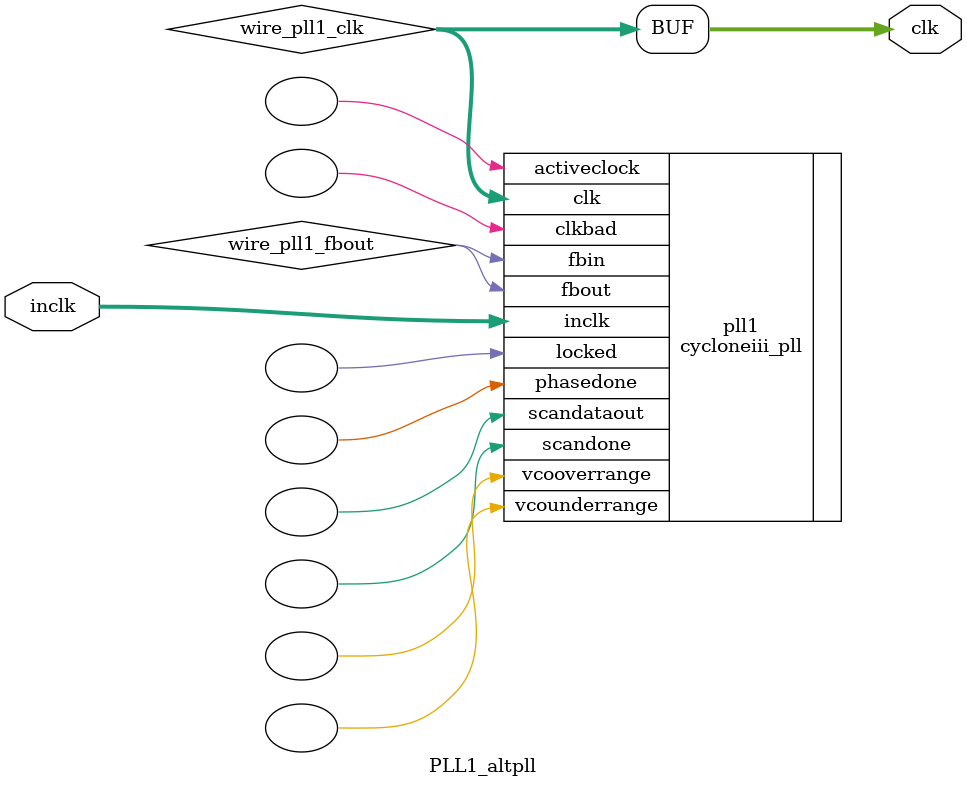
<source format=v>






//synthesis_resources = cycloneiii_pll 1 
//synopsys translate_off
`timescale 1 ps / 1 ps
//synopsys translate_on
module  PLL1_altpll
	( 
	clk,
	inclk) /* synthesis synthesis_clearbox=1 */;
	output   [4:0]  clk;
	input   [1:0]  inclk;
`ifndef ALTERA_RESERVED_QIS
// synopsys translate_off
`endif
	tri0   [1:0]  inclk;
`ifndef ALTERA_RESERVED_QIS
// synopsys translate_on
`endif

	wire  [4:0]   wire_pll1_clk;
	wire  wire_pll1_fbout;

	cycloneiii_pll   pll1
	( 
	.activeclock(),
	.clk(wire_pll1_clk),
	.clkbad(),
	.fbin(wire_pll1_fbout),
	.fbout(wire_pll1_fbout),
	.inclk(inclk),
	.locked(),
	.phasedone(),
	.scandataout(),
	.scandone(),
	.vcooverrange(),
	.vcounderrange()
	`ifndef FORMAL_VERIFICATION
	// synopsys translate_off
	`endif
	,
	.areset(1'b0),
	.clkswitch(1'b0),
	.configupdate(1'b0),
	.pfdena(1'b1),
	.phasecounterselect({3{1'b0}}),
	.phasestep(1'b0),
	.phaseupdown(1'b0),
	.scanclk(1'b0),
	.scanclkena(1'b1),
	.scandata(1'b0)
	`ifndef FORMAL_VERIFICATION
	// synopsys translate_on
	`endif
	);
	defparam
		pll1.bandwidth_type = "auto",
		pll1.clk0_divide_by = 25,
		pll1.clk0_duty_cycle = 50,
		pll1.clk0_multiply_by = 1,
		pll1.clk0_phase_shift = "0",
		pll1.compensate_clock = "clk0",
		pll1.inclk0_input_frequency = 40000,
		pll1.operation_mode = "normal",
		pll1.pll_type = "auto",
		pll1.lpm_type = "cycloneiii_pll";
	assign
		clk = {wire_pll1_clk[4:0]};
endmodule //PLL1_altpll
//VALID FILE

</source>
